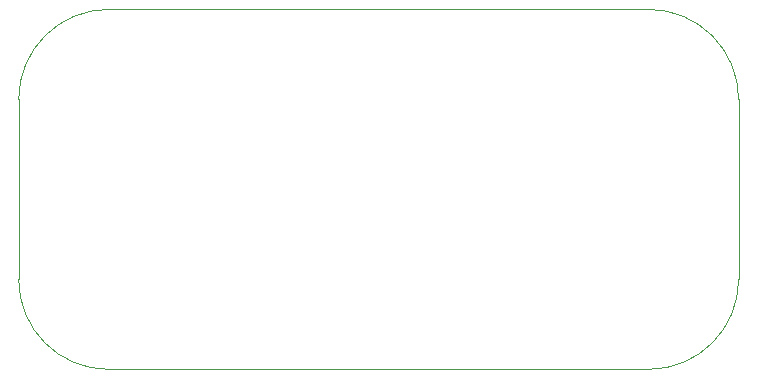
<source format=gbr>
%TF.GenerationSoftware,KiCad,Pcbnew,(6.0.9)*%
%TF.CreationDate,2023-01-25T05:46:05+05:30*%
%TF.ProjectId,PowerSupply,506f7765-7253-4757-9070-6c792e6b6963,rev?*%
%TF.SameCoordinates,Original*%
%TF.FileFunction,Profile,NP*%
%FSLAX46Y46*%
G04 Gerber Fmt 4.6, Leading zero omitted, Abs format (unit mm)*
G04 Created by KiCad (PCBNEW (6.0.9)) date 2023-01-25 05:46:05*
%MOMM*%
%LPD*%
G01*
G04 APERTURE LIST*
%TA.AperFunction,Profile*%
%ADD10C,0.100000*%
%TD*%
G04 APERTURE END LIST*
D10*
X104140000Y-78740000D02*
X149860000Y-78740000D01*
X96520000Y-86360000D02*
X96520000Y-101600000D01*
X149860000Y-109220000D02*
G75*
G03*
X157480000Y-101600000I0J7620000D01*
G01*
X96520000Y-101600000D02*
G75*
G03*
X104140000Y-109220000I7620000J0D01*
G01*
X104140000Y-78740000D02*
G75*
G03*
X96520000Y-86360000I0J-7620000D01*
G01*
X104140000Y-109220000D02*
X149860000Y-109220000D01*
X157480000Y-86360000D02*
G75*
G03*
X149860000Y-78740000I-7620000J0D01*
G01*
X157480000Y-86360000D02*
X157480000Y-101600000D01*
M02*

</source>
